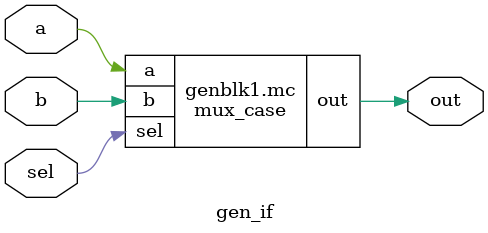
<source format=v>
`timescale 1ns / 1ps
module mux_assign(
    input a, b, sel, 
    output out
);
    assign out = sel ? a: b;

    initial
        $display("mux_assign instantiated");
endmodule


module mux_case (
    input a, b, sel, 
    output reg out
);
    always @(a or b or sel) begin
        case (sel)
            0: out = a;
            1: out = b;
        endcase
    end
    
    initial begin
        $display("mux_case instantiated");
    end
endmodule


module gen_if(
    input a, b, sel, 
    output out
);
    parameter USE_CASE = 0;

    generate
        if (USE_CASE)
            mux_assign ma(a, b, sel, out);
        else
            mux_case mc(a, b, sel, out);
    endgenerate

endmodule

</source>
